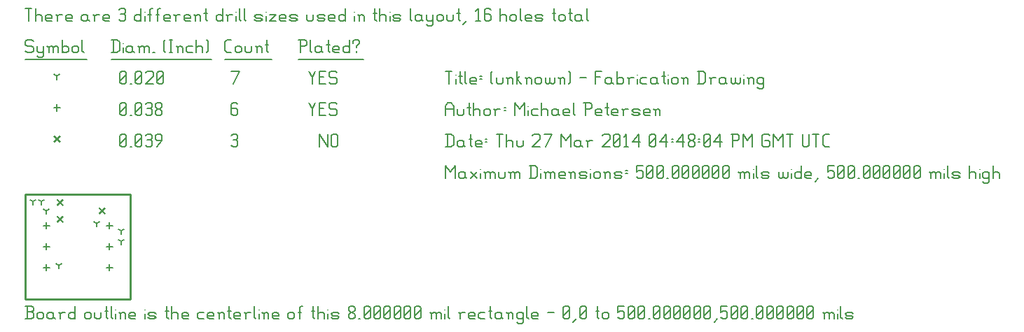
<source format=gbr>
G04 start of page 13 for group -3984 idx -3984 *
G04 Title: (unknown), fab *
G04 Creator: pcb 20110918 *
G04 CreationDate: Thu 27 Mar 2014 04:48:04 PM GMT UTC *
G04 For: railfan *
G04 Format: Gerber/RS-274X *
G04 PCB-Dimensions: 50000 50000 *
G04 PCB-Coordinate-Origin: lower left *
%MOIN*%
%FSLAX25Y25*%
%LNFAB*%
%ADD55C,0.0100*%
%ADD54C,0.0075*%
%ADD53C,0.0060*%
%ADD52C,0.0001*%
G54D52*G36*
X35300Y43766D02*X38266Y40800D01*
X37700Y40234D01*
X34734Y43200D01*
X35300Y43766D01*
G37*
G36*
X34734Y40800D02*X37700Y43766D01*
X38266Y43200D01*
X35300Y40234D01*
X34734Y40800D01*
G37*
G36*
X15300Y47766D02*X18266Y44800D01*
X17700Y44234D01*
X14734Y47200D01*
X15300Y47766D01*
G37*
G36*
X14734Y44800D02*X17700Y47766D01*
X18266Y47200D01*
X15300Y44234D01*
X14734Y44800D01*
G37*
G36*
X15300Y39766D02*X18266Y36800D01*
X17700Y36234D01*
X14734Y39200D01*
X15300Y39766D01*
G37*
G36*
X14734Y36800D02*X17700Y39766D01*
X18266Y39200D01*
X15300Y36234D01*
X14734Y36800D01*
G37*
G36*
X13800Y78016D02*X16766Y75050D01*
X16200Y74484D01*
X13234Y77450D01*
X13800Y78016D01*
G37*
G36*
X13234Y75050D02*X16200Y78016D01*
X16766Y77450D01*
X13800Y74484D01*
X13234Y75050D01*
G37*
G54D53*X140000Y78500D02*Y72500D01*
Y78500D02*X143750Y72500D01*
Y78500D02*Y72500D01*
X145550Y77750D02*Y73250D01*
Y77750D02*X146300Y78500D01*
X147800D01*
X148550Y77750D01*
Y73250D01*
X147800Y72500D02*X148550Y73250D01*
X146300Y72500D02*X147800D01*
X145550Y73250D02*X146300Y72500D01*
X98000Y77750D02*X98750Y78500D01*
X100250D01*
X101000Y77750D01*
X100250Y72500D02*X101000Y73250D01*
X98750Y72500D02*X100250D01*
X98000Y73250D02*X98750Y72500D01*
Y75800D02*X100250D01*
X101000Y77750D02*Y76550D01*
Y75050D02*Y73250D01*
Y75050D02*X100250Y75800D01*
X101000Y76550D02*X100250Y75800D01*
X45000Y73250D02*X45750Y72500D01*
X45000Y77750D02*Y73250D01*
Y77750D02*X45750Y78500D01*
X47250D01*
X48000Y77750D01*
Y73250D01*
X47250Y72500D02*X48000Y73250D01*
X45750Y72500D02*X47250D01*
X45000Y74000D02*X48000Y77000D01*
X49800Y72500D02*X50550D01*
X52350Y73250D02*X53100Y72500D01*
X52350Y77750D02*Y73250D01*
Y77750D02*X53100Y78500D01*
X54600D01*
X55350Y77750D01*
Y73250D01*
X54600Y72500D02*X55350Y73250D01*
X53100Y72500D02*X54600D01*
X52350Y74000D02*X55350Y77000D01*
X57150Y77750D02*X57900Y78500D01*
X59400D01*
X60150Y77750D01*
X59400Y72500D02*X60150Y73250D01*
X57900Y72500D02*X59400D01*
X57150Y73250D02*X57900Y72500D01*
Y75800D02*X59400D01*
X60150Y77750D02*Y76550D01*
Y75050D02*Y73250D01*
Y75050D02*X59400Y75800D01*
X60150Y76550D02*X59400Y75800D01*
X62700Y72500D02*X64950Y75500D01*
Y77750D02*Y75500D01*
X64200Y78500D02*X64950Y77750D01*
X62700Y78500D02*X64200D01*
X61950Y77750D02*X62700Y78500D01*
X61950Y77750D02*Y76250D01*
X62700Y75500D01*
X64950D01*
X10000Y36600D02*Y33400D01*
X8400Y35000D02*X11600D01*
X10000Y26600D02*Y23400D01*
X8400Y25000D02*X11600D01*
X10000Y16600D02*Y13400D01*
X8400Y15000D02*X11600D01*
X40000Y36600D02*Y33400D01*
X38400Y35000D02*X41600D01*
X40000Y26600D02*Y23400D01*
X38400Y25000D02*X41600D01*
X40000Y16600D02*Y13400D01*
X38400Y15000D02*X41600D01*
X15000Y92850D02*Y89650D01*
X13400Y91250D02*X16600D01*
X135000Y93500D02*X136500Y90500D01*
X138000Y93500D01*
X136500Y90500D02*Y87500D01*
X139800Y90800D02*X142050D01*
X139800Y87500D02*X142800D01*
X139800Y93500D02*Y87500D01*
Y93500D02*X142800D01*
X147600D02*X148350Y92750D01*
X145350Y93500D02*X147600D01*
X144600Y92750D02*X145350Y93500D01*
X144600Y92750D02*Y91250D01*
X145350Y90500D01*
X147600D01*
X148350Y89750D01*
Y88250D01*
X147600Y87500D02*X148350Y88250D01*
X145350Y87500D02*X147600D01*
X144600Y88250D02*X145350Y87500D01*
X100250Y93500D02*X101000Y92750D01*
X98750Y93500D02*X100250D01*
X98000Y92750D02*X98750Y93500D01*
X98000Y92750D02*Y88250D01*
X98750Y87500D01*
X100250Y90800D02*X101000Y90050D01*
X98000Y90800D02*X100250D01*
X98750Y87500D02*X100250D01*
X101000Y88250D01*
Y90050D02*Y88250D01*
X45000D02*X45750Y87500D01*
X45000Y92750D02*Y88250D01*
Y92750D02*X45750Y93500D01*
X47250D01*
X48000Y92750D01*
Y88250D01*
X47250Y87500D02*X48000Y88250D01*
X45750Y87500D02*X47250D01*
X45000Y89000D02*X48000Y92000D01*
X49800Y87500D02*X50550D01*
X52350Y88250D02*X53100Y87500D01*
X52350Y92750D02*Y88250D01*
Y92750D02*X53100Y93500D01*
X54600D01*
X55350Y92750D01*
Y88250D01*
X54600Y87500D02*X55350Y88250D01*
X53100Y87500D02*X54600D01*
X52350Y89000D02*X55350Y92000D01*
X57150Y92750D02*X57900Y93500D01*
X59400D01*
X60150Y92750D01*
X59400Y87500D02*X60150Y88250D01*
X57900Y87500D02*X59400D01*
X57150Y88250D02*X57900Y87500D01*
Y90800D02*X59400D01*
X60150Y92750D02*Y91550D01*
Y90050D02*Y88250D01*
Y90050D02*X59400Y90800D01*
X60150Y91550D02*X59400Y90800D01*
X61950Y88250D02*X62700Y87500D01*
X61950Y89450D02*Y88250D01*
Y89450D02*X63000Y90500D01*
X63900D01*
X64950Y89450D01*
Y88250D01*
X64200Y87500D02*X64950Y88250D01*
X62700Y87500D02*X64200D01*
X61950Y91550D02*X63000Y90500D01*
X61950Y92750D02*Y91550D01*
Y92750D02*X62700Y93500D01*
X64200D01*
X64950Y92750D01*
Y91550D01*
X63900Y90500D02*X64950Y91550D01*
X10000Y42000D02*Y40400D01*
Y42000D02*X11387Y42800D01*
X10000Y42000D02*X8613Y42800D01*
X3500Y46500D02*Y44900D01*
Y46500D02*X4887Y47300D01*
X3500Y46500D02*X2113Y47300D01*
X45500Y27500D02*Y25900D01*
Y27500D02*X46887Y28300D01*
X45500Y27500D02*X44113Y28300D01*
X45500Y32500D02*Y30900D01*
Y32500D02*X46887Y33300D01*
X45500Y32500D02*X44113Y33300D01*
X34000Y36000D02*Y34400D01*
Y36000D02*X35387Y36800D01*
X34000Y36000D02*X32613Y36800D01*
X16000Y16000D02*Y14400D01*
Y16000D02*X17387Y16800D01*
X16000Y16000D02*X14613Y16800D01*
X7500Y46500D02*Y44900D01*
Y46500D02*X8887Y47300D01*
X7500Y46500D02*X6113Y47300D01*
X15000Y106250D02*Y104650D01*
Y106250D02*X16387Y107050D01*
X15000Y106250D02*X13613Y107050D01*
X135000Y108500D02*X136500Y105500D01*
X138000Y108500D01*
X136500Y105500D02*Y102500D01*
X139800Y105800D02*X142050D01*
X139800Y102500D02*X142800D01*
X139800Y108500D02*Y102500D01*
Y108500D02*X142800D01*
X147600D02*X148350Y107750D01*
X145350Y108500D02*X147600D01*
X144600Y107750D02*X145350Y108500D01*
X144600Y107750D02*Y106250D01*
X145350Y105500D01*
X147600D01*
X148350Y104750D01*
Y103250D01*
X147600Y102500D02*X148350Y103250D01*
X145350Y102500D02*X147600D01*
X144600Y103250D02*X145350Y102500D01*
X98750D02*X101750Y108500D01*
X98000D02*X101750D01*
X45000Y103250D02*X45750Y102500D01*
X45000Y107750D02*Y103250D01*
Y107750D02*X45750Y108500D01*
X47250D01*
X48000Y107750D01*
Y103250D01*
X47250Y102500D02*X48000Y103250D01*
X45750Y102500D02*X47250D01*
X45000Y104000D02*X48000Y107000D01*
X49800Y102500D02*X50550D01*
X52350Y103250D02*X53100Y102500D01*
X52350Y107750D02*Y103250D01*
Y107750D02*X53100Y108500D01*
X54600D01*
X55350Y107750D01*
Y103250D01*
X54600Y102500D02*X55350Y103250D01*
X53100Y102500D02*X54600D01*
X52350Y104000D02*X55350Y107000D01*
X57150Y107750D02*X57900Y108500D01*
X60150D01*
X60900Y107750D01*
Y106250D01*
X57150Y102500D02*X60900Y106250D01*
X57150Y102500D02*X60900D01*
X62700Y103250D02*X63450Y102500D01*
X62700Y107750D02*Y103250D01*
Y107750D02*X63450Y108500D01*
X64950D01*
X65700Y107750D01*
Y103250D01*
X64950Y102500D02*X65700Y103250D01*
X63450Y102500D02*X64950D01*
X62700Y104000D02*X65700Y107000D01*
X3000Y123500D02*X3750Y122750D01*
X750Y123500D02*X3000D01*
X0Y122750D02*X750Y123500D01*
X0Y122750D02*Y121250D01*
X750Y120500D01*
X3000D01*
X3750Y119750D01*
Y118250D01*
X3000Y117500D02*X3750Y118250D01*
X750Y117500D02*X3000D01*
X0Y118250D02*X750Y117500D01*
X5550Y120500D02*Y118250D01*
X6300Y117500D01*
X8550Y120500D02*Y116000D01*
X7800Y115250D02*X8550Y116000D01*
X6300Y115250D02*X7800D01*
X5550Y116000D02*X6300Y115250D01*
Y117500D02*X7800D01*
X8550Y118250D01*
X11100Y119750D02*Y117500D01*
Y119750D02*X11850Y120500D01*
X12600D01*
X13350Y119750D01*
Y117500D01*
Y119750D02*X14100Y120500D01*
X14850D01*
X15600Y119750D01*
Y117500D01*
X10350Y120500D02*X11100Y119750D01*
X17400Y123500D02*Y117500D01*
Y118250D02*X18150Y117500D01*
X19650D01*
X20400Y118250D01*
Y119750D02*Y118250D01*
X19650Y120500D02*X20400Y119750D01*
X18150Y120500D02*X19650D01*
X17400Y119750D02*X18150Y120500D01*
X22200Y119750D02*Y118250D01*
Y119750D02*X22950Y120500D01*
X24450D01*
X25200Y119750D01*
Y118250D01*
X24450Y117500D02*X25200Y118250D01*
X22950Y117500D02*X24450D01*
X22200Y118250D02*X22950Y117500D01*
X27000Y123500D02*Y118250D01*
X27750Y117500D01*
X0Y114250D02*X29250D01*
X41750Y123500D02*Y117500D01*
X43700Y123500D02*X44750Y122450D01*
Y118550D01*
X43700Y117500D02*X44750Y118550D01*
X41000Y117500D02*X43700D01*
X41000Y123500D02*X43700D01*
G54D54*X46550Y122000D02*Y121850D01*
G54D53*Y119750D02*Y117500D01*
X50300Y120500D02*X51050Y119750D01*
X48800Y120500D02*X50300D01*
X48050Y119750D02*X48800Y120500D01*
X48050Y119750D02*Y118250D01*
X48800Y117500D01*
X51050Y120500D02*Y118250D01*
X51800Y117500D01*
X48800D02*X50300D01*
X51050Y118250D01*
X54350Y119750D02*Y117500D01*
Y119750D02*X55100Y120500D01*
X55850D01*
X56600Y119750D01*
Y117500D01*
Y119750D02*X57350Y120500D01*
X58100D01*
X58850Y119750D01*
Y117500D01*
X53600Y120500D02*X54350Y119750D01*
X60650Y117500D02*X61400D01*
X65900Y118250D02*X66650Y117500D01*
X65900Y122750D02*X66650Y123500D01*
X65900Y122750D02*Y118250D01*
X68450Y123500D02*X69950D01*
X69200D02*Y117500D01*
X68450D02*X69950D01*
X72500Y119750D02*Y117500D01*
Y119750D02*X73250Y120500D01*
X74000D01*
X74750Y119750D01*
Y117500D01*
X71750Y120500D02*X72500Y119750D01*
X77300Y120500D02*X79550D01*
X76550Y119750D02*X77300Y120500D01*
X76550Y119750D02*Y118250D01*
X77300Y117500D01*
X79550D01*
X81350Y123500D02*Y117500D01*
Y119750D02*X82100Y120500D01*
X83600D01*
X84350Y119750D01*
Y117500D01*
X86150Y123500D02*X86900Y122750D01*
Y118250D01*
X86150Y117500D02*X86900Y118250D01*
X41000Y114250D02*X88700D01*
X96050Y117500D02*X98000D01*
X95000Y118550D02*X96050Y117500D01*
X95000Y122450D02*Y118550D01*
Y122450D02*X96050Y123500D01*
X98000D01*
X99800Y119750D02*Y118250D01*
Y119750D02*X100550Y120500D01*
X102050D01*
X102800Y119750D01*
Y118250D01*
X102050Y117500D02*X102800Y118250D01*
X100550Y117500D02*X102050D01*
X99800Y118250D02*X100550Y117500D01*
X104600Y120500D02*Y118250D01*
X105350Y117500D01*
X106850D01*
X107600Y118250D01*
Y120500D02*Y118250D01*
X110150Y119750D02*Y117500D01*
Y119750D02*X110900Y120500D01*
X111650D01*
X112400Y119750D01*
Y117500D01*
X109400Y120500D02*X110150Y119750D01*
X114950Y123500D02*Y118250D01*
X115700Y117500D01*
X114200Y121250D02*X115700D01*
X95000Y114250D02*X117200D01*
X130750Y123500D02*Y117500D01*
X130000Y123500D02*X133000D01*
X133750Y122750D01*
Y121250D01*
X133000Y120500D02*X133750Y121250D01*
X130750Y120500D02*X133000D01*
X135550Y123500D02*Y118250D01*
X136300Y117500D01*
X140050Y120500D02*X140800Y119750D01*
X138550Y120500D02*X140050D01*
X137800Y119750D02*X138550Y120500D01*
X137800Y119750D02*Y118250D01*
X138550Y117500D01*
X140800Y120500D02*Y118250D01*
X141550Y117500D01*
X138550D02*X140050D01*
X140800Y118250D01*
X144100Y123500D02*Y118250D01*
X144850Y117500D01*
X143350Y121250D02*X144850D01*
X147100Y117500D02*X149350D01*
X146350Y118250D02*X147100Y117500D01*
X146350Y119750D02*Y118250D01*
Y119750D02*X147100Y120500D01*
X148600D01*
X149350Y119750D01*
X146350Y119000D02*X149350D01*
Y119750D02*Y119000D01*
X154150Y123500D02*Y117500D01*
X153400D02*X154150Y118250D01*
X151900Y117500D02*X153400D01*
X151150Y118250D02*X151900Y117500D01*
X151150Y119750D02*Y118250D01*
Y119750D02*X151900Y120500D01*
X153400D01*
X154150Y119750D01*
X157450Y120500D02*Y119750D01*
Y118250D02*Y117500D01*
X155950Y122750D02*Y122000D01*
Y122750D02*X156700Y123500D01*
X158200D01*
X158950Y122750D01*
Y122000D01*
X157450Y120500D02*X158950Y122000D01*
X130000Y114250D02*X160750D01*
X0Y138500D02*X3000D01*
X1500D02*Y132500D01*
X4800Y138500D02*Y132500D01*
Y134750D02*X5550Y135500D01*
X7050D01*
X7800Y134750D01*
Y132500D01*
X10350D02*X12600D01*
X9600Y133250D02*X10350Y132500D01*
X9600Y134750D02*Y133250D01*
Y134750D02*X10350Y135500D01*
X11850D01*
X12600Y134750D01*
X9600Y134000D02*X12600D01*
Y134750D02*Y134000D01*
X15150Y134750D02*Y132500D01*
Y134750D02*X15900Y135500D01*
X17400D01*
X14400D02*X15150Y134750D01*
X19950Y132500D02*X22200D01*
X19200Y133250D02*X19950Y132500D01*
X19200Y134750D02*Y133250D01*
Y134750D02*X19950Y135500D01*
X21450D01*
X22200Y134750D01*
X19200Y134000D02*X22200D01*
Y134750D02*Y134000D01*
X28950Y135500D02*X29700Y134750D01*
X27450Y135500D02*X28950D01*
X26700Y134750D02*X27450Y135500D01*
X26700Y134750D02*Y133250D01*
X27450Y132500D01*
X29700Y135500D02*Y133250D01*
X30450Y132500D01*
X27450D02*X28950D01*
X29700Y133250D01*
X33000Y134750D02*Y132500D01*
Y134750D02*X33750Y135500D01*
X35250D01*
X32250D02*X33000Y134750D01*
X37800Y132500D02*X40050D01*
X37050Y133250D02*X37800Y132500D01*
X37050Y134750D02*Y133250D01*
Y134750D02*X37800Y135500D01*
X39300D01*
X40050Y134750D01*
X37050Y134000D02*X40050D01*
Y134750D02*Y134000D01*
X44550Y137750D02*X45300Y138500D01*
X46800D01*
X47550Y137750D01*
X46800Y132500D02*X47550Y133250D01*
X45300Y132500D02*X46800D01*
X44550Y133250D02*X45300Y132500D01*
Y135800D02*X46800D01*
X47550Y137750D02*Y136550D01*
Y135050D02*Y133250D01*
Y135050D02*X46800Y135800D01*
X47550Y136550D02*X46800Y135800D01*
X55050Y138500D02*Y132500D01*
X54300D02*X55050Y133250D01*
X52800Y132500D02*X54300D01*
X52050Y133250D02*X52800Y132500D01*
X52050Y134750D02*Y133250D01*
Y134750D02*X52800Y135500D01*
X54300D01*
X55050Y134750D01*
G54D54*X56850Y137000D02*Y136850D01*
G54D53*Y134750D02*Y132500D01*
X59100Y137750D02*Y132500D01*
Y137750D02*X59850Y138500D01*
X60600D01*
X58350Y135500D02*X59850D01*
X62850Y137750D02*Y132500D01*
Y137750D02*X63600Y138500D01*
X64350D01*
X62100Y135500D02*X63600D01*
X66600Y132500D02*X68850D01*
X65850Y133250D02*X66600Y132500D01*
X65850Y134750D02*Y133250D01*
Y134750D02*X66600Y135500D01*
X68100D01*
X68850Y134750D01*
X65850Y134000D02*X68850D01*
Y134750D02*Y134000D01*
X71400Y134750D02*Y132500D01*
Y134750D02*X72150Y135500D01*
X73650D01*
X70650D02*X71400Y134750D01*
X76200Y132500D02*X78450D01*
X75450Y133250D02*X76200Y132500D01*
X75450Y134750D02*Y133250D01*
Y134750D02*X76200Y135500D01*
X77700D01*
X78450Y134750D01*
X75450Y134000D02*X78450D01*
Y134750D02*Y134000D01*
X81000Y134750D02*Y132500D01*
Y134750D02*X81750Y135500D01*
X82500D01*
X83250Y134750D01*
Y132500D01*
X80250Y135500D02*X81000Y134750D01*
X85800Y138500D02*Y133250D01*
X86550Y132500D01*
X85050Y136250D02*X86550D01*
X93750Y138500D02*Y132500D01*
X93000D02*X93750Y133250D01*
X91500Y132500D02*X93000D01*
X90750Y133250D02*X91500Y132500D01*
X90750Y134750D02*Y133250D01*
Y134750D02*X91500Y135500D01*
X93000D01*
X93750Y134750D01*
X96300D02*Y132500D01*
Y134750D02*X97050Y135500D01*
X98550D01*
X95550D02*X96300Y134750D01*
G54D54*X100350Y137000D02*Y136850D01*
G54D53*Y134750D02*Y132500D01*
X101850Y138500D02*Y133250D01*
X102600Y132500D01*
X104100Y138500D02*Y133250D01*
X104850Y132500D01*
X109800D02*X112050D01*
X112800Y133250D01*
X112050Y134000D02*X112800Y133250D01*
X109800Y134000D02*X112050D01*
X109050Y134750D02*X109800Y134000D01*
X109050Y134750D02*X109800Y135500D01*
X112050D01*
X112800Y134750D01*
X109050Y133250D02*X109800Y132500D01*
G54D54*X114600Y137000D02*Y136850D01*
G54D53*Y134750D02*Y132500D01*
X116100Y135500D02*X119100D01*
X116100Y132500D02*X119100Y135500D01*
X116100Y132500D02*X119100D01*
X121650D02*X123900D01*
X120900Y133250D02*X121650Y132500D01*
X120900Y134750D02*Y133250D01*
Y134750D02*X121650Y135500D01*
X123150D01*
X123900Y134750D01*
X120900Y134000D02*X123900D01*
Y134750D02*Y134000D01*
X126450Y132500D02*X128700D01*
X129450Y133250D01*
X128700Y134000D02*X129450Y133250D01*
X126450Y134000D02*X128700D01*
X125700Y134750D02*X126450Y134000D01*
X125700Y134750D02*X126450Y135500D01*
X128700D01*
X129450Y134750D01*
X125700Y133250D02*X126450Y132500D01*
X133950Y135500D02*Y133250D01*
X134700Y132500D01*
X136200D01*
X136950Y133250D01*
Y135500D02*Y133250D01*
X139500Y132500D02*X141750D01*
X142500Y133250D01*
X141750Y134000D02*X142500Y133250D01*
X139500Y134000D02*X141750D01*
X138750Y134750D02*X139500Y134000D01*
X138750Y134750D02*X139500Y135500D01*
X141750D01*
X142500Y134750D01*
X138750Y133250D02*X139500Y132500D01*
X145050D02*X147300D01*
X144300Y133250D02*X145050Y132500D01*
X144300Y134750D02*Y133250D01*
Y134750D02*X145050Y135500D01*
X146550D01*
X147300Y134750D01*
X144300Y134000D02*X147300D01*
Y134750D02*Y134000D01*
X152100Y138500D02*Y132500D01*
X151350D02*X152100Y133250D01*
X149850Y132500D02*X151350D01*
X149100Y133250D02*X149850Y132500D01*
X149100Y134750D02*Y133250D01*
Y134750D02*X149850Y135500D01*
X151350D01*
X152100Y134750D01*
G54D54*X156600Y137000D02*Y136850D01*
G54D53*Y134750D02*Y132500D01*
X158850Y134750D02*Y132500D01*
Y134750D02*X159600Y135500D01*
X160350D01*
X161100Y134750D01*
Y132500D01*
X158100Y135500D02*X158850Y134750D01*
X166350Y138500D02*Y133250D01*
X167100Y132500D01*
X165600Y136250D02*X167100D01*
X168600Y138500D02*Y132500D01*
Y134750D02*X169350Y135500D01*
X170850D01*
X171600Y134750D01*
Y132500D01*
G54D54*X173400Y137000D02*Y136850D01*
G54D53*Y134750D02*Y132500D01*
X175650D02*X177900D01*
X178650Y133250D01*
X177900Y134000D02*X178650Y133250D01*
X175650Y134000D02*X177900D01*
X174900Y134750D02*X175650Y134000D01*
X174900Y134750D02*X175650Y135500D01*
X177900D01*
X178650Y134750D01*
X174900Y133250D02*X175650Y132500D01*
X183150Y138500D02*Y133250D01*
X183900Y132500D01*
X187650Y135500D02*X188400Y134750D01*
X186150Y135500D02*X187650D01*
X185400Y134750D02*X186150Y135500D01*
X185400Y134750D02*Y133250D01*
X186150Y132500D01*
X188400Y135500D02*Y133250D01*
X189150Y132500D01*
X186150D02*X187650D01*
X188400Y133250D01*
X190950Y135500D02*Y133250D01*
X191700Y132500D01*
X193950Y135500D02*Y131000D01*
X193200Y130250D02*X193950Y131000D01*
X191700Y130250D02*X193200D01*
X190950Y131000D02*X191700Y130250D01*
Y132500D02*X193200D01*
X193950Y133250D01*
X195750Y134750D02*Y133250D01*
Y134750D02*X196500Y135500D01*
X198000D01*
X198750Y134750D01*
Y133250D01*
X198000Y132500D02*X198750Y133250D01*
X196500Y132500D02*X198000D01*
X195750Y133250D02*X196500Y132500D01*
X200550Y135500D02*Y133250D01*
X201300Y132500D01*
X202800D01*
X203550Y133250D01*
Y135500D02*Y133250D01*
X206100Y138500D02*Y133250D01*
X206850Y132500D01*
X205350Y136250D02*X206850D01*
X208350Y131000D02*X209850Y132500D01*
X214350Y137300D02*X215550Y138500D01*
Y132500D01*
X214350D02*X216600D01*
X220650Y138500D02*X221400Y137750D01*
X219150Y138500D02*X220650D01*
X218400Y137750D02*X219150Y138500D01*
X218400Y137750D02*Y133250D01*
X219150Y132500D01*
X220650Y135800D02*X221400Y135050D01*
X218400Y135800D02*X220650D01*
X219150Y132500D02*X220650D01*
X221400Y133250D01*
Y135050D02*Y133250D01*
X225900Y138500D02*Y132500D01*
Y134750D02*X226650Y135500D01*
X228150D01*
X228900Y134750D01*
Y132500D01*
X230700Y134750D02*Y133250D01*
Y134750D02*X231450Y135500D01*
X232950D01*
X233700Y134750D01*
Y133250D01*
X232950Y132500D02*X233700Y133250D01*
X231450Y132500D02*X232950D01*
X230700Y133250D02*X231450Y132500D01*
X235500Y138500D02*Y133250D01*
X236250Y132500D01*
X238500D02*X240750D01*
X237750Y133250D02*X238500Y132500D01*
X237750Y134750D02*Y133250D01*
Y134750D02*X238500Y135500D01*
X240000D01*
X240750Y134750D01*
X237750Y134000D02*X240750D01*
Y134750D02*Y134000D01*
X243300Y132500D02*X245550D01*
X246300Y133250D01*
X245550Y134000D02*X246300Y133250D01*
X243300Y134000D02*X245550D01*
X242550Y134750D02*X243300Y134000D01*
X242550Y134750D02*X243300Y135500D01*
X245550D01*
X246300Y134750D01*
X242550Y133250D02*X243300Y132500D01*
X251550Y138500D02*Y133250D01*
X252300Y132500D01*
X250800Y136250D02*X252300D01*
X253800Y134750D02*Y133250D01*
Y134750D02*X254550Y135500D01*
X256050D01*
X256800Y134750D01*
Y133250D01*
X256050Y132500D02*X256800Y133250D01*
X254550Y132500D02*X256050D01*
X253800Y133250D02*X254550Y132500D01*
X259350Y138500D02*Y133250D01*
X260100Y132500D01*
X258600Y136250D02*X260100D01*
X263850Y135500D02*X264600Y134750D01*
X262350Y135500D02*X263850D01*
X261600Y134750D02*X262350Y135500D01*
X261600Y134750D02*Y133250D01*
X262350Y132500D01*
X264600Y135500D02*Y133250D01*
X265350Y132500D01*
X262350D02*X263850D01*
X264600Y133250D01*
X267150Y138500D02*Y133250D01*
X267900Y132500D01*
G54D55*X0Y50000D02*X50000D01*
X0D02*Y0D01*
X50000Y50000D02*Y0D01*
X0D02*X50000D01*
G54D53*X200000Y63500D02*Y57500D01*
Y63500D02*X202250Y60500D01*
X204500Y63500D01*
Y57500D01*
X208550Y60500D02*X209300Y59750D01*
X207050Y60500D02*X208550D01*
X206300Y59750D02*X207050Y60500D01*
X206300Y59750D02*Y58250D01*
X207050Y57500D01*
X209300Y60500D02*Y58250D01*
X210050Y57500D01*
X207050D02*X208550D01*
X209300Y58250D01*
X211850Y60500D02*X214850Y57500D01*
X211850D02*X214850Y60500D01*
G54D54*X216650Y62000D02*Y61850D01*
G54D53*Y59750D02*Y57500D01*
X218900Y59750D02*Y57500D01*
Y59750D02*X219650Y60500D01*
X220400D01*
X221150Y59750D01*
Y57500D01*
Y59750D02*X221900Y60500D01*
X222650D01*
X223400Y59750D01*
Y57500D01*
X218150Y60500D02*X218900Y59750D01*
X225200Y60500D02*Y58250D01*
X225950Y57500D01*
X227450D01*
X228200Y58250D01*
Y60500D02*Y58250D01*
X230750Y59750D02*Y57500D01*
Y59750D02*X231500Y60500D01*
X232250D01*
X233000Y59750D01*
Y57500D01*
Y59750D02*X233750Y60500D01*
X234500D01*
X235250Y59750D01*
Y57500D01*
X230000Y60500D02*X230750Y59750D01*
X240500Y63500D02*Y57500D01*
X242450Y63500D02*X243500Y62450D01*
Y58550D01*
X242450Y57500D02*X243500Y58550D01*
X239750Y57500D02*X242450D01*
X239750Y63500D02*X242450D01*
G54D54*X245300Y62000D02*Y61850D01*
G54D53*Y59750D02*Y57500D01*
X247550Y59750D02*Y57500D01*
Y59750D02*X248300Y60500D01*
X249050D01*
X249800Y59750D01*
Y57500D01*
Y59750D02*X250550Y60500D01*
X251300D01*
X252050Y59750D01*
Y57500D01*
X246800Y60500D02*X247550Y59750D01*
X254600Y57500D02*X256850D01*
X253850Y58250D02*X254600Y57500D01*
X253850Y59750D02*Y58250D01*
Y59750D02*X254600Y60500D01*
X256100D01*
X256850Y59750D01*
X253850Y59000D02*X256850D01*
Y59750D02*Y59000D01*
X259400Y59750D02*Y57500D01*
Y59750D02*X260150Y60500D01*
X260900D01*
X261650Y59750D01*
Y57500D01*
X258650Y60500D02*X259400Y59750D01*
X264200Y57500D02*X266450D01*
X267200Y58250D01*
X266450Y59000D02*X267200Y58250D01*
X264200Y59000D02*X266450D01*
X263450Y59750D02*X264200Y59000D01*
X263450Y59750D02*X264200Y60500D01*
X266450D01*
X267200Y59750D01*
X263450Y58250D02*X264200Y57500D01*
G54D54*X269000Y62000D02*Y61850D01*
G54D53*Y59750D02*Y57500D01*
X270500Y59750D02*Y58250D01*
Y59750D02*X271250Y60500D01*
X272750D01*
X273500Y59750D01*
Y58250D01*
X272750Y57500D02*X273500Y58250D01*
X271250Y57500D02*X272750D01*
X270500Y58250D02*X271250Y57500D01*
X276050Y59750D02*Y57500D01*
Y59750D02*X276800Y60500D01*
X277550D01*
X278300Y59750D01*
Y57500D01*
X275300Y60500D02*X276050Y59750D01*
X280850Y57500D02*X283100D01*
X283850Y58250D01*
X283100Y59000D02*X283850Y58250D01*
X280850Y59000D02*X283100D01*
X280100Y59750D02*X280850Y59000D01*
X280100Y59750D02*X280850Y60500D01*
X283100D01*
X283850Y59750D01*
X280100Y58250D02*X280850Y57500D01*
X285650Y61250D02*X286400D01*
X285650Y59750D02*X286400D01*
X290900Y63500D02*X293900D01*
X290900D02*Y60500D01*
X291650Y61250D01*
X293150D01*
X293900Y60500D01*
Y58250D01*
X293150Y57500D02*X293900Y58250D01*
X291650Y57500D02*X293150D01*
X290900Y58250D02*X291650Y57500D01*
X295700Y58250D02*X296450Y57500D01*
X295700Y62750D02*Y58250D01*
Y62750D02*X296450Y63500D01*
X297950D01*
X298700Y62750D01*
Y58250D01*
X297950Y57500D02*X298700Y58250D01*
X296450Y57500D02*X297950D01*
X295700Y59000D02*X298700Y62000D01*
X300500Y58250D02*X301250Y57500D01*
X300500Y62750D02*Y58250D01*
Y62750D02*X301250Y63500D01*
X302750D01*
X303500Y62750D01*
Y58250D01*
X302750Y57500D02*X303500Y58250D01*
X301250Y57500D02*X302750D01*
X300500Y59000D02*X303500Y62000D01*
X305300Y57500D02*X306050D01*
X307850Y58250D02*X308600Y57500D01*
X307850Y62750D02*Y58250D01*
Y62750D02*X308600Y63500D01*
X310100D01*
X310850Y62750D01*
Y58250D01*
X310100Y57500D02*X310850Y58250D01*
X308600Y57500D02*X310100D01*
X307850Y59000D02*X310850Y62000D01*
X312650Y58250D02*X313400Y57500D01*
X312650Y62750D02*Y58250D01*
Y62750D02*X313400Y63500D01*
X314900D01*
X315650Y62750D01*
Y58250D01*
X314900Y57500D02*X315650Y58250D01*
X313400Y57500D02*X314900D01*
X312650Y59000D02*X315650Y62000D01*
X317450Y58250D02*X318200Y57500D01*
X317450Y62750D02*Y58250D01*
Y62750D02*X318200Y63500D01*
X319700D01*
X320450Y62750D01*
Y58250D01*
X319700Y57500D02*X320450Y58250D01*
X318200Y57500D02*X319700D01*
X317450Y59000D02*X320450Y62000D01*
X322250Y58250D02*X323000Y57500D01*
X322250Y62750D02*Y58250D01*
Y62750D02*X323000Y63500D01*
X324500D01*
X325250Y62750D01*
Y58250D01*
X324500Y57500D02*X325250Y58250D01*
X323000Y57500D02*X324500D01*
X322250Y59000D02*X325250Y62000D01*
X327050Y58250D02*X327800Y57500D01*
X327050Y62750D02*Y58250D01*
Y62750D02*X327800Y63500D01*
X329300D01*
X330050Y62750D01*
Y58250D01*
X329300Y57500D02*X330050Y58250D01*
X327800Y57500D02*X329300D01*
X327050Y59000D02*X330050Y62000D01*
X331850Y58250D02*X332600Y57500D01*
X331850Y62750D02*Y58250D01*
Y62750D02*X332600Y63500D01*
X334100D01*
X334850Y62750D01*
Y58250D01*
X334100Y57500D02*X334850Y58250D01*
X332600Y57500D02*X334100D01*
X331850Y59000D02*X334850Y62000D01*
X340100Y59750D02*Y57500D01*
Y59750D02*X340850Y60500D01*
X341600D01*
X342350Y59750D01*
Y57500D01*
Y59750D02*X343100Y60500D01*
X343850D01*
X344600Y59750D01*
Y57500D01*
X339350Y60500D02*X340100Y59750D01*
G54D54*X346400Y62000D02*Y61850D01*
G54D53*Y59750D02*Y57500D01*
X347900Y63500D02*Y58250D01*
X348650Y57500D01*
X350900D02*X353150D01*
X353900Y58250D01*
X353150Y59000D02*X353900Y58250D01*
X350900Y59000D02*X353150D01*
X350150Y59750D02*X350900Y59000D01*
X350150Y59750D02*X350900Y60500D01*
X353150D01*
X353900Y59750D01*
X350150Y58250D02*X350900Y57500D01*
X358400Y60500D02*Y58250D01*
X359150Y57500D01*
X359900D01*
X360650Y58250D01*
Y60500D02*Y58250D01*
X361400Y57500D01*
X362150D01*
X362900Y58250D01*
Y60500D02*Y58250D01*
G54D54*X364700Y62000D02*Y61850D01*
G54D53*Y59750D02*Y57500D01*
X369200Y63500D02*Y57500D01*
X368450D02*X369200Y58250D01*
X366950Y57500D02*X368450D01*
X366200Y58250D02*X366950Y57500D01*
X366200Y59750D02*Y58250D01*
Y59750D02*X366950Y60500D01*
X368450D01*
X369200Y59750D01*
X371750Y57500D02*X374000D01*
X371000Y58250D02*X371750Y57500D01*
X371000Y59750D02*Y58250D01*
Y59750D02*X371750Y60500D01*
X373250D01*
X374000Y59750D01*
X371000Y59000D02*X374000D01*
Y59750D02*Y59000D01*
X375800Y56000D02*X377300Y57500D01*
X381800Y63500D02*X384800D01*
X381800D02*Y60500D01*
X382550Y61250D01*
X384050D01*
X384800Y60500D01*
Y58250D01*
X384050Y57500D02*X384800Y58250D01*
X382550Y57500D02*X384050D01*
X381800Y58250D02*X382550Y57500D01*
X386600Y58250D02*X387350Y57500D01*
X386600Y62750D02*Y58250D01*
Y62750D02*X387350Y63500D01*
X388850D01*
X389600Y62750D01*
Y58250D01*
X388850Y57500D02*X389600Y58250D01*
X387350Y57500D02*X388850D01*
X386600Y59000D02*X389600Y62000D01*
X391400Y58250D02*X392150Y57500D01*
X391400Y62750D02*Y58250D01*
Y62750D02*X392150Y63500D01*
X393650D01*
X394400Y62750D01*
Y58250D01*
X393650Y57500D02*X394400Y58250D01*
X392150Y57500D02*X393650D01*
X391400Y59000D02*X394400Y62000D01*
X396200Y57500D02*X396950D01*
X398750Y58250D02*X399500Y57500D01*
X398750Y62750D02*Y58250D01*
Y62750D02*X399500Y63500D01*
X401000D01*
X401750Y62750D01*
Y58250D01*
X401000Y57500D02*X401750Y58250D01*
X399500Y57500D02*X401000D01*
X398750Y59000D02*X401750Y62000D01*
X403550Y58250D02*X404300Y57500D01*
X403550Y62750D02*Y58250D01*
Y62750D02*X404300Y63500D01*
X405800D01*
X406550Y62750D01*
Y58250D01*
X405800Y57500D02*X406550Y58250D01*
X404300Y57500D02*X405800D01*
X403550Y59000D02*X406550Y62000D01*
X408350Y58250D02*X409100Y57500D01*
X408350Y62750D02*Y58250D01*
Y62750D02*X409100Y63500D01*
X410600D01*
X411350Y62750D01*
Y58250D01*
X410600Y57500D02*X411350Y58250D01*
X409100Y57500D02*X410600D01*
X408350Y59000D02*X411350Y62000D01*
X413150Y58250D02*X413900Y57500D01*
X413150Y62750D02*Y58250D01*
Y62750D02*X413900Y63500D01*
X415400D01*
X416150Y62750D01*
Y58250D01*
X415400Y57500D02*X416150Y58250D01*
X413900Y57500D02*X415400D01*
X413150Y59000D02*X416150Y62000D01*
X417950Y58250D02*X418700Y57500D01*
X417950Y62750D02*Y58250D01*
Y62750D02*X418700Y63500D01*
X420200D01*
X420950Y62750D01*
Y58250D01*
X420200Y57500D02*X420950Y58250D01*
X418700Y57500D02*X420200D01*
X417950Y59000D02*X420950Y62000D01*
X422750Y58250D02*X423500Y57500D01*
X422750Y62750D02*Y58250D01*
Y62750D02*X423500Y63500D01*
X425000D01*
X425750Y62750D01*
Y58250D01*
X425000Y57500D02*X425750Y58250D01*
X423500Y57500D02*X425000D01*
X422750Y59000D02*X425750Y62000D01*
X431000Y59750D02*Y57500D01*
Y59750D02*X431750Y60500D01*
X432500D01*
X433250Y59750D01*
Y57500D01*
Y59750D02*X434000Y60500D01*
X434750D01*
X435500Y59750D01*
Y57500D01*
X430250Y60500D02*X431000Y59750D01*
G54D54*X437300Y62000D02*Y61850D01*
G54D53*Y59750D02*Y57500D01*
X438800Y63500D02*Y58250D01*
X439550Y57500D01*
X441800D02*X444050D01*
X444800Y58250D01*
X444050Y59000D02*X444800Y58250D01*
X441800Y59000D02*X444050D01*
X441050Y59750D02*X441800Y59000D01*
X441050Y59750D02*X441800Y60500D01*
X444050D01*
X444800Y59750D01*
X441050Y58250D02*X441800Y57500D01*
X449300Y63500D02*Y57500D01*
Y59750D02*X450050Y60500D01*
X451550D01*
X452300Y59750D01*
Y57500D01*
G54D54*X454100Y62000D02*Y61850D01*
G54D53*Y59750D02*Y57500D01*
X457850Y60500D02*X458600Y59750D01*
X456350Y60500D02*X457850D01*
X455600Y59750D02*X456350Y60500D01*
X455600Y59750D02*Y58250D01*
X456350Y57500D01*
X457850D01*
X458600Y58250D01*
X455600Y56000D02*X456350Y55250D01*
X457850D01*
X458600Y56000D01*
Y60500D02*Y56000D01*
X460400Y63500D02*Y57500D01*
Y59750D02*X461150Y60500D01*
X462650D01*
X463400Y59750D01*
Y57500D01*
X0Y-9500D02*X3000D01*
X3750Y-8750D01*
Y-6950D02*Y-8750D01*
X3000Y-6200D02*X3750Y-6950D01*
X750Y-6200D02*X3000D01*
X750Y-3500D02*Y-9500D01*
X0Y-3500D02*X3000D01*
X3750Y-4250D01*
Y-5450D01*
X3000Y-6200D02*X3750Y-5450D01*
X5550Y-7250D02*Y-8750D01*
Y-7250D02*X6300Y-6500D01*
X7800D01*
X8550Y-7250D01*
Y-8750D01*
X7800Y-9500D02*X8550Y-8750D01*
X6300Y-9500D02*X7800D01*
X5550Y-8750D02*X6300Y-9500D01*
X12600Y-6500D02*X13350Y-7250D01*
X11100Y-6500D02*X12600D01*
X10350Y-7250D02*X11100Y-6500D01*
X10350Y-7250D02*Y-8750D01*
X11100Y-9500D01*
X13350Y-6500D02*Y-8750D01*
X14100Y-9500D01*
X11100D02*X12600D01*
X13350Y-8750D01*
X16650Y-7250D02*Y-9500D01*
Y-7250D02*X17400Y-6500D01*
X18900D01*
X15900D02*X16650Y-7250D01*
X23700Y-3500D02*Y-9500D01*
X22950D02*X23700Y-8750D01*
X21450Y-9500D02*X22950D01*
X20700Y-8750D02*X21450Y-9500D01*
X20700Y-7250D02*Y-8750D01*
Y-7250D02*X21450Y-6500D01*
X22950D01*
X23700Y-7250D01*
X28200D02*Y-8750D01*
Y-7250D02*X28950Y-6500D01*
X30450D01*
X31200Y-7250D01*
Y-8750D01*
X30450Y-9500D02*X31200Y-8750D01*
X28950Y-9500D02*X30450D01*
X28200Y-8750D02*X28950Y-9500D01*
X33000Y-6500D02*Y-8750D01*
X33750Y-9500D01*
X35250D01*
X36000Y-8750D01*
Y-6500D02*Y-8750D01*
X38550Y-3500D02*Y-8750D01*
X39300Y-9500D01*
X37800Y-5750D02*X39300D01*
X40800Y-3500D02*Y-8750D01*
X41550Y-9500D01*
G54D54*X43050Y-5000D02*Y-5150D01*
G54D53*Y-7250D02*Y-9500D01*
X45300Y-7250D02*Y-9500D01*
Y-7250D02*X46050Y-6500D01*
X46800D01*
X47550Y-7250D01*
Y-9500D01*
X44550Y-6500D02*X45300Y-7250D01*
X50100Y-9500D02*X52350D01*
X49350Y-8750D02*X50100Y-9500D01*
X49350Y-7250D02*Y-8750D01*
Y-7250D02*X50100Y-6500D01*
X51600D01*
X52350Y-7250D01*
X49350Y-8000D02*X52350D01*
Y-7250D02*Y-8000D01*
G54D54*X56850Y-5000D02*Y-5150D01*
G54D53*Y-7250D02*Y-9500D01*
X59100D02*X61350D01*
X62100Y-8750D01*
X61350Y-8000D02*X62100Y-8750D01*
X59100Y-8000D02*X61350D01*
X58350Y-7250D02*X59100Y-8000D01*
X58350Y-7250D02*X59100Y-6500D01*
X61350D01*
X62100Y-7250D01*
X58350Y-8750D02*X59100Y-9500D01*
X67350Y-3500D02*Y-8750D01*
X68100Y-9500D01*
X66600Y-5750D02*X68100D01*
X69600Y-3500D02*Y-9500D01*
Y-7250D02*X70350Y-6500D01*
X71850D01*
X72600Y-7250D01*
Y-9500D01*
X75150D02*X77400D01*
X74400Y-8750D02*X75150Y-9500D01*
X74400Y-7250D02*Y-8750D01*
Y-7250D02*X75150Y-6500D01*
X76650D01*
X77400Y-7250D01*
X74400Y-8000D02*X77400D01*
Y-7250D02*Y-8000D01*
X82650Y-6500D02*X84900D01*
X81900Y-7250D02*X82650Y-6500D01*
X81900Y-7250D02*Y-8750D01*
X82650Y-9500D01*
X84900D01*
X87450D02*X89700D01*
X86700Y-8750D02*X87450Y-9500D01*
X86700Y-7250D02*Y-8750D01*
Y-7250D02*X87450Y-6500D01*
X88950D01*
X89700Y-7250D01*
X86700Y-8000D02*X89700D01*
Y-7250D02*Y-8000D01*
X92250Y-7250D02*Y-9500D01*
Y-7250D02*X93000Y-6500D01*
X93750D01*
X94500Y-7250D01*
Y-9500D01*
X91500Y-6500D02*X92250Y-7250D01*
X97050Y-3500D02*Y-8750D01*
X97800Y-9500D01*
X96300Y-5750D02*X97800D01*
X100050Y-9500D02*X102300D01*
X99300Y-8750D02*X100050Y-9500D01*
X99300Y-7250D02*Y-8750D01*
Y-7250D02*X100050Y-6500D01*
X101550D01*
X102300Y-7250D01*
X99300Y-8000D02*X102300D01*
Y-7250D02*Y-8000D01*
X104850Y-7250D02*Y-9500D01*
Y-7250D02*X105600Y-6500D01*
X107100D01*
X104100D02*X104850Y-7250D01*
X108900Y-3500D02*Y-8750D01*
X109650Y-9500D01*
G54D54*X111150Y-5000D02*Y-5150D01*
G54D53*Y-7250D02*Y-9500D01*
X113400Y-7250D02*Y-9500D01*
Y-7250D02*X114150Y-6500D01*
X114900D01*
X115650Y-7250D01*
Y-9500D01*
X112650Y-6500D02*X113400Y-7250D01*
X118200Y-9500D02*X120450D01*
X117450Y-8750D02*X118200Y-9500D01*
X117450Y-7250D02*Y-8750D01*
Y-7250D02*X118200Y-6500D01*
X119700D01*
X120450Y-7250D01*
X117450Y-8000D02*X120450D01*
Y-7250D02*Y-8000D01*
X124950Y-7250D02*Y-8750D01*
Y-7250D02*X125700Y-6500D01*
X127200D01*
X127950Y-7250D01*
Y-8750D01*
X127200Y-9500D02*X127950Y-8750D01*
X125700Y-9500D02*X127200D01*
X124950Y-8750D02*X125700Y-9500D01*
X130500Y-4250D02*Y-9500D01*
Y-4250D02*X131250Y-3500D01*
X132000D01*
X129750Y-6500D02*X131250D01*
X136950Y-3500D02*Y-8750D01*
X137700Y-9500D01*
X136200Y-5750D02*X137700D01*
X139200Y-3500D02*Y-9500D01*
Y-7250D02*X139950Y-6500D01*
X141450D01*
X142200Y-7250D01*
Y-9500D01*
G54D54*X144000Y-5000D02*Y-5150D01*
G54D53*Y-7250D02*Y-9500D01*
X146250D02*X148500D01*
X149250Y-8750D01*
X148500Y-8000D02*X149250Y-8750D01*
X146250Y-8000D02*X148500D01*
X145500Y-7250D02*X146250Y-8000D01*
X145500Y-7250D02*X146250Y-6500D01*
X148500D01*
X149250Y-7250D01*
X145500Y-8750D02*X146250Y-9500D01*
X153750Y-8750D02*X154500Y-9500D01*
X153750Y-7550D02*Y-8750D01*
Y-7550D02*X154800Y-6500D01*
X155700D01*
X156750Y-7550D01*
Y-8750D01*
X156000Y-9500D02*X156750Y-8750D01*
X154500Y-9500D02*X156000D01*
X153750Y-5450D02*X154800Y-6500D01*
X153750Y-4250D02*Y-5450D01*
Y-4250D02*X154500Y-3500D01*
X156000D01*
X156750Y-4250D01*
Y-5450D01*
X155700Y-6500D02*X156750Y-5450D01*
X158550Y-9500D02*X159300D01*
X161100Y-8750D02*X161850Y-9500D01*
X161100Y-4250D02*Y-8750D01*
Y-4250D02*X161850Y-3500D01*
X163350D01*
X164100Y-4250D01*
Y-8750D01*
X163350Y-9500D02*X164100Y-8750D01*
X161850Y-9500D02*X163350D01*
X161100Y-8000D02*X164100Y-5000D01*
X165900Y-8750D02*X166650Y-9500D01*
X165900Y-4250D02*Y-8750D01*
Y-4250D02*X166650Y-3500D01*
X168150D01*
X168900Y-4250D01*
Y-8750D01*
X168150Y-9500D02*X168900Y-8750D01*
X166650Y-9500D02*X168150D01*
X165900Y-8000D02*X168900Y-5000D01*
X170700Y-8750D02*X171450Y-9500D01*
X170700Y-4250D02*Y-8750D01*
Y-4250D02*X171450Y-3500D01*
X172950D01*
X173700Y-4250D01*
Y-8750D01*
X172950Y-9500D02*X173700Y-8750D01*
X171450Y-9500D02*X172950D01*
X170700Y-8000D02*X173700Y-5000D01*
X175500Y-8750D02*X176250Y-9500D01*
X175500Y-4250D02*Y-8750D01*
Y-4250D02*X176250Y-3500D01*
X177750D01*
X178500Y-4250D01*
Y-8750D01*
X177750Y-9500D02*X178500Y-8750D01*
X176250Y-9500D02*X177750D01*
X175500Y-8000D02*X178500Y-5000D01*
X180300Y-8750D02*X181050Y-9500D01*
X180300Y-4250D02*Y-8750D01*
Y-4250D02*X181050Y-3500D01*
X182550D01*
X183300Y-4250D01*
Y-8750D01*
X182550Y-9500D02*X183300Y-8750D01*
X181050Y-9500D02*X182550D01*
X180300Y-8000D02*X183300Y-5000D01*
X185100Y-8750D02*X185850Y-9500D01*
X185100Y-4250D02*Y-8750D01*
Y-4250D02*X185850Y-3500D01*
X187350D01*
X188100Y-4250D01*
Y-8750D01*
X187350Y-9500D02*X188100Y-8750D01*
X185850Y-9500D02*X187350D01*
X185100Y-8000D02*X188100Y-5000D01*
X193350Y-7250D02*Y-9500D01*
Y-7250D02*X194100Y-6500D01*
X194850D01*
X195600Y-7250D01*
Y-9500D01*
Y-7250D02*X196350Y-6500D01*
X197100D01*
X197850Y-7250D01*
Y-9500D01*
X192600Y-6500D02*X193350Y-7250D01*
G54D54*X199650Y-5000D02*Y-5150D01*
G54D53*Y-7250D02*Y-9500D01*
X201150Y-3500D02*Y-8750D01*
X201900Y-9500D01*
X206850Y-7250D02*Y-9500D01*
Y-7250D02*X207600Y-6500D01*
X209100D01*
X206100D02*X206850Y-7250D01*
X211650Y-9500D02*X213900D01*
X210900Y-8750D02*X211650Y-9500D01*
X210900Y-7250D02*Y-8750D01*
Y-7250D02*X211650Y-6500D01*
X213150D01*
X213900Y-7250D01*
X210900Y-8000D02*X213900D01*
Y-7250D02*Y-8000D01*
X216450Y-6500D02*X218700D01*
X215700Y-7250D02*X216450Y-6500D01*
X215700Y-7250D02*Y-8750D01*
X216450Y-9500D01*
X218700D01*
X221250Y-3500D02*Y-8750D01*
X222000Y-9500D01*
X220500Y-5750D02*X222000D01*
X225750Y-6500D02*X226500Y-7250D01*
X224250Y-6500D02*X225750D01*
X223500Y-7250D02*X224250Y-6500D01*
X223500Y-7250D02*Y-8750D01*
X224250Y-9500D01*
X226500Y-6500D02*Y-8750D01*
X227250Y-9500D01*
X224250D02*X225750D01*
X226500Y-8750D01*
X229800Y-7250D02*Y-9500D01*
Y-7250D02*X230550Y-6500D01*
X231300D01*
X232050Y-7250D01*
Y-9500D01*
X229050Y-6500D02*X229800Y-7250D01*
X236100Y-6500D02*X236850Y-7250D01*
X234600Y-6500D02*X236100D01*
X233850Y-7250D02*X234600Y-6500D01*
X233850Y-7250D02*Y-8750D01*
X234600Y-9500D01*
X236100D01*
X236850Y-8750D01*
X233850Y-11000D02*X234600Y-11750D01*
X236100D01*
X236850Y-11000D01*
Y-6500D02*Y-11000D01*
X238650Y-3500D02*Y-8750D01*
X239400Y-9500D01*
X241650D02*X243900D01*
X240900Y-8750D02*X241650Y-9500D01*
X240900Y-7250D02*Y-8750D01*
Y-7250D02*X241650Y-6500D01*
X243150D01*
X243900Y-7250D01*
X240900Y-8000D02*X243900D01*
Y-7250D02*Y-8000D01*
X248400Y-6500D02*X251400D01*
X255900Y-8750D02*X256650Y-9500D01*
X255900Y-4250D02*Y-8750D01*
Y-4250D02*X256650Y-3500D01*
X258150D01*
X258900Y-4250D01*
Y-8750D01*
X258150Y-9500D02*X258900Y-8750D01*
X256650Y-9500D02*X258150D01*
X255900Y-8000D02*X258900Y-5000D01*
X260700Y-11000D02*X262200Y-9500D01*
X264000Y-8750D02*X264750Y-9500D01*
X264000Y-4250D02*Y-8750D01*
Y-4250D02*X264750Y-3500D01*
X266250D01*
X267000Y-4250D01*
Y-8750D01*
X266250Y-9500D02*X267000Y-8750D01*
X264750Y-9500D02*X266250D01*
X264000Y-8000D02*X267000Y-5000D01*
X272250Y-3500D02*Y-8750D01*
X273000Y-9500D01*
X271500Y-5750D02*X273000D01*
X274500Y-7250D02*Y-8750D01*
Y-7250D02*X275250Y-6500D01*
X276750D01*
X277500Y-7250D01*
Y-8750D01*
X276750Y-9500D02*X277500Y-8750D01*
X275250Y-9500D02*X276750D01*
X274500Y-8750D02*X275250Y-9500D01*
X282000Y-3500D02*X285000D01*
X282000D02*Y-6500D01*
X282750Y-5750D01*
X284250D01*
X285000Y-6500D01*
Y-8750D01*
X284250Y-9500D02*X285000Y-8750D01*
X282750Y-9500D02*X284250D01*
X282000Y-8750D02*X282750Y-9500D01*
X286800Y-8750D02*X287550Y-9500D01*
X286800Y-4250D02*Y-8750D01*
Y-4250D02*X287550Y-3500D01*
X289050D01*
X289800Y-4250D01*
Y-8750D01*
X289050Y-9500D02*X289800Y-8750D01*
X287550Y-9500D02*X289050D01*
X286800Y-8000D02*X289800Y-5000D01*
X291600Y-8750D02*X292350Y-9500D01*
X291600Y-4250D02*Y-8750D01*
Y-4250D02*X292350Y-3500D01*
X293850D01*
X294600Y-4250D01*
Y-8750D01*
X293850Y-9500D02*X294600Y-8750D01*
X292350Y-9500D02*X293850D01*
X291600Y-8000D02*X294600Y-5000D01*
X296400Y-9500D02*X297150D01*
X298950Y-8750D02*X299700Y-9500D01*
X298950Y-4250D02*Y-8750D01*
Y-4250D02*X299700Y-3500D01*
X301200D01*
X301950Y-4250D01*
Y-8750D01*
X301200Y-9500D02*X301950Y-8750D01*
X299700Y-9500D02*X301200D01*
X298950Y-8000D02*X301950Y-5000D01*
X303750Y-8750D02*X304500Y-9500D01*
X303750Y-4250D02*Y-8750D01*
Y-4250D02*X304500Y-3500D01*
X306000D01*
X306750Y-4250D01*
Y-8750D01*
X306000Y-9500D02*X306750Y-8750D01*
X304500Y-9500D02*X306000D01*
X303750Y-8000D02*X306750Y-5000D01*
X308550Y-8750D02*X309300Y-9500D01*
X308550Y-4250D02*Y-8750D01*
Y-4250D02*X309300Y-3500D01*
X310800D01*
X311550Y-4250D01*
Y-8750D01*
X310800Y-9500D02*X311550Y-8750D01*
X309300Y-9500D02*X310800D01*
X308550Y-8000D02*X311550Y-5000D01*
X313350Y-8750D02*X314100Y-9500D01*
X313350Y-4250D02*Y-8750D01*
Y-4250D02*X314100Y-3500D01*
X315600D01*
X316350Y-4250D01*
Y-8750D01*
X315600Y-9500D02*X316350Y-8750D01*
X314100Y-9500D02*X315600D01*
X313350Y-8000D02*X316350Y-5000D01*
X318150Y-8750D02*X318900Y-9500D01*
X318150Y-4250D02*Y-8750D01*
Y-4250D02*X318900Y-3500D01*
X320400D01*
X321150Y-4250D01*
Y-8750D01*
X320400Y-9500D02*X321150Y-8750D01*
X318900Y-9500D02*X320400D01*
X318150Y-8000D02*X321150Y-5000D01*
X322950Y-8750D02*X323700Y-9500D01*
X322950Y-4250D02*Y-8750D01*
Y-4250D02*X323700Y-3500D01*
X325200D01*
X325950Y-4250D01*
Y-8750D01*
X325200Y-9500D02*X325950Y-8750D01*
X323700Y-9500D02*X325200D01*
X322950Y-8000D02*X325950Y-5000D01*
X327750Y-11000D02*X329250Y-9500D01*
X331050Y-3500D02*X334050D01*
X331050D02*Y-6500D01*
X331800Y-5750D01*
X333300D01*
X334050Y-6500D01*
Y-8750D01*
X333300Y-9500D02*X334050Y-8750D01*
X331800Y-9500D02*X333300D01*
X331050Y-8750D02*X331800Y-9500D01*
X335850Y-8750D02*X336600Y-9500D01*
X335850Y-4250D02*Y-8750D01*
Y-4250D02*X336600Y-3500D01*
X338100D01*
X338850Y-4250D01*
Y-8750D01*
X338100Y-9500D02*X338850Y-8750D01*
X336600Y-9500D02*X338100D01*
X335850Y-8000D02*X338850Y-5000D01*
X340650Y-8750D02*X341400Y-9500D01*
X340650Y-4250D02*Y-8750D01*
Y-4250D02*X341400Y-3500D01*
X342900D01*
X343650Y-4250D01*
Y-8750D01*
X342900Y-9500D02*X343650Y-8750D01*
X341400Y-9500D02*X342900D01*
X340650Y-8000D02*X343650Y-5000D01*
X345450Y-9500D02*X346200D01*
X348000Y-8750D02*X348750Y-9500D01*
X348000Y-4250D02*Y-8750D01*
Y-4250D02*X348750Y-3500D01*
X350250D01*
X351000Y-4250D01*
Y-8750D01*
X350250Y-9500D02*X351000Y-8750D01*
X348750Y-9500D02*X350250D01*
X348000Y-8000D02*X351000Y-5000D01*
X352800Y-8750D02*X353550Y-9500D01*
X352800Y-4250D02*Y-8750D01*
Y-4250D02*X353550Y-3500D01*
X355050D01*
X355800Y-4250D01*
Y-8750D01*
X355050Y-9500D02*X355800Y-8750D01*
X353550Y-9500D02*X355050D01*
X352800Y-8000D02*X355800Y-5000D01*
X357600Y-8750D02*X358350Y-9500D01*
X357600Y-4250D02*Y-8750D01*
Y-4250D02*X358350Y-3500D01*
X359850D01*
X360600Y-4250D01*
Y-8750D01*
X359850Y-9500D02*X360600Y-8750D01*
X358350Y-9500D02*X359850D01*
X357600Y-8000D02*X360600Y-5000D01*
X362400Y-8750D02*X363150Y-9500D01*
X362400Y-4250D02*Y-8750D01*
Y-4250D02*X363150Y-3500D01*
X364650D01*
X365400Y-4250D01*
Y-8750D01*
X364650Y-9500D02*X365400Y-8750D01*
X363150Y-9500D02*X364650D01*
X362400Y-8000D02*X365400Y-5000D01*
X367200Y-8750D02*X367950Y-9500D01*
X367200Y-4250D02*Y-8750D01*
Y-4250D02*X367950Y-3500D01*
X369450D01*
X370200Y-4250D01*
Y-8750D01*
X369450Y-9500D02*X370200Y-8750D01*
X367950Y-9500D02*X369450D01*
X367200Y-8000D02*X370200Y-5000D01*
X372000Y-8750D02*X372750Y-9500D01*
X372000Y-4250D02*Y-8750D01*
Y-4250D02*X372750Y-3500D01*
X374250D01*
X375000Y-4250D01*
Y-8750D01*
X374250Y-9500D02*X375000Y-8750D01*
X372750Y-9500D02*X374250D01*
X372000Y-8000D02*X375000Y-5000D01*
X380250Y-7250D02*Y-9500D01*
Y-7250D02*X381000Y-6500D01*
X381750D01*
X382500Y-7250D01*
Y-9500D01*
Y-7250D02*X383250Y-6500D01*
X384000D01*
X384750Y-7250D01*
Y-9500D01*
X379500Y-6500D02*X380250Y-7250D01*
G54D54*X386550Y-5000D02*Y-5150D01*
G54D53*Y-7250D02*Y-9500D01*
X388050Y-3500D02*Y-8750D01*
X388800Y-9500D01*
X391050D02*X393300D01*
X394050Y-8750D01*
X393300Y-8000D02*X394050Y-8750D01*
X391050Y-8000D02*X393300D01*
X390300Y-7250D02*X391050Y-8000D01*
X390300Y-7250D02*X391050Y-6500D01*
X393300D01*
X394050Y-7250D01*
X390300Y-8750D02*X391050Y-9500D01*
X200750Y78500D02*Y72500D01*
X202700Y78500D02*X203750Y77450D01*
Y73550D01*
X202700Y72500D02*X203750Y73550D01*
X200000Y72500D02*X202700D01*
X200000Y78500D02*X202700D01*
X207800Y75500D02*X208550Y74750D01*
X206300Y75500D02*X207800D01*
X205550Y74750D02*X206300Y75500D01*
X205550Y74750D02*Y73250D01*
X206300Y72500D01*
X208550Y75500D02*Y73250D01*
X209300Y72500D01*
X206300D02*X207800D01*
X208550Y73250D01*
X211850Y78500D02*Y73250D01*
X212600Y72500D01*
X211100Y76250D02*X212600D01*
X214850Y72500D02*X217100D01*
X214100Y73250D02*X214850Y72500D01*
X214100Y74750D02*Y73250D01*
Y74750D02*X214850Y75500D01*
X216350D01*
X217100Y74750D01*
X214100Y74000D02*X217100D01*
Y74750D02*Y74000D01*
X218900Y76250D02*X219650D01*
X218900Y74750D02*X219650D01*
X224150Y78500D02*X227150D01*
X225650D02*Y72500D01*
X228950Y78500D02*Y72500D01*
Y74750D02*X229700Y75500D01*
X231200D01*
X231950Y74750D01*
Y72500D01*
X233750Y75500D02*Y73250D01*
X234500Y72500D01*
X236000D01*
X236750Y73250D01*
Y75500D02*Y73250D01*
X241250Y77750D02*X242000Y78500D01*
X244250D01*
X245000Y77750D01*
Y76250D01*
X241250Y72500D02*X245000Y76250D01*
X241250Y72500D02*X245000D01*
X247550D02*X250550Y78500D01*
X246800D02*X250550D01*
X255050D02*Y72500D01*
Y78500D02*X257300Y75500D01*
X259550Y78500D01*
Y72500D01*
X263600Y75500D02*X264350Y74750D01*
X262100Y75500D02*X263600D01*
X261350Y74750D02*X262100Y75500D01*
X261350Y74750D02*Y73250D01*
X262100Y72500D01*
X264350Y75500D02*Y73250D01*
X265100Y72500D01*
X262100D02*X263600D01*
X264350Y73250D01*
X267650Y74750D02*Y72500D01*
Y74750D02*X268400Y75500D01*
X269900D01*
X266900D02*X267650Y74750D01*
X274400Y77750D02*X275150Y78500D01*
X277400D01*
X278150Y77750D01*
Y76250D01*
X274400Y72500D02*X278150Y76250D01*
X274400Y72500D02*X278150D01*
X279950Y73250D02*X280700Y72500D01*
X279950Y77750D02*Y73250D01*
Y77750D02*X280700Y78500D01*
X282200D01*
X282950Y77750D01*
Y73250D01*
X282200Y72500D02*X282950Y73250D01*
X280700Y72500D02*X282200D01*
X279950Y74000D02*X282950Y77000D01*
X284750Y77300D02*X285950Y78500D01*
Y72500D01*
X284750D02*X287000D01*
X288800Y74750D02*X291800Y78500D01*
X288800Y74750D02*X292550D01*
X291800Y78500D02*Y72500D01*
X297050Y73250D02*X297800Y72500D01*
X297050Y77750D02*Y73250D01*
Y77750D02*X297800Y78500D01*
X299300D01*
X300050Y77750D01*
Y73250D01*
X299300Y72500D02*X300050Y73250D01*
X297800Y72500D02*X299300D01*
X297050Y74000D02*X300050Y77000D01*
X301850Y74750D02*X304850Y78500D01*
X301850Y74750D02*X305600D01*
X304850Y78500D02*Y72500D01*
X307400Y76250D02*X308150D01*
X307400Y74750D02*X308150D01*
X309950D02*X312950Y78500D01*
X309950Y74750D02*X313700D01*
X312950Y78500D02*Y72500D01*
X315500Y73250D02*X316250Y72500D01*
X315500Y74450D02*Y73250D01*
Y74450D02*X316550Y75500D01*
X317450D01*
X318500Y74450D01*
Y73250D01*
X317750Y72500D02*X318500Y73250D01*
X316250Y72500D02*X317750D01*
X315500Y76550D02*X316550Y75500D01*
X315500Y77750D02*Y76550D01*
Y77750D02*X316250Y78500D01*
X317750D01*
X318500Y77750D01*
Y76550D01*
X317450Y75500D02*X318500Y76550D01*
X320300Y76250D02*X321050D01*
X320300Y74750D02*X321050D01*
X322850Y73250D02*X323600Y72500D01*
X322850Y77750D02*Y73250D01*
Y77750D02*X323600Y78500D01*
X325100D01*
X325850Y77750D01*
Y73250D01*
X325100Y72500D02*X325850Y73250D01*
X323600Y72500D02*X325100D01*
X322850Y74000D02*X325850Y77000D01*
X327650Y74750D02*X330650Y78500D01*
X327650Y74750D02*X331400D01*
X330650Y78500D02*Y72500D01*
X336650Y78500D02*Y72500D01*
X335900Y78500D02*X338900D01*
X339650Y77750D01*
Y76250D01*
X338900Y75500D02*X339650Y76250D01*
X336650Y75500D02*X338900D01*
X341450Y78500D02*Y72500D01*
Y78500D02*X343700Y75500D01*
X345950Y78500D01*
Y72500D01*
X353450Y78500D02*X354200Y77750D01*
X351200Y78500D02*X353450D01*
X350450Y77750D02*X351200Y78500D01*
X350450Y77750D02*Y73250D01*
X351200Y72500D01*
X353450D01*
X354200Y73250D01*
Y74750D02*Y73250D01*
X353450Y75500D02*X354200Y74750D01*
X351950Y75500D02*X353450D01*
X356000Y78500D02*Y72500D01*
Y78500D02*X358250Y75500D01*
X360500Y78500D01*
Y72500D01*
X362300Y78500D02*X365300D01*
X363800D02*Y72500D01*
X369800Y78500D02*Y73250D01*
X370550Y72500D01*
X372050D01*
X372800Y73250D01*
Y78500D02*Y73250D01*
X374600Y78500D02*X377600D01*
X376100D02*Y72500D01*
X380450D02*X382400D01*
X379400Y73550D02*X380450Y72500D01*
X379400Y77450D02*Y73550D01*
Y77450D02*X380450Y78500D01*
X382400D01*
X200000Y92000D02*Y87500D01*
Y92000D02*X201050Y93500D01*
X202700D01*
X203750Y92000D01*
Y87500D01*
X200000Y90500D02*X203750D01*
X205550D02*Y88250D01*
X206300Y87500D01*
X207800D01*
X208550Y88250D01*
Y90500D02*Y88250D01*
X211100Y93500D02*Y88250D01*
X211850Y87500D01*
X210350Y91250D02*X211850D01*
X213350Y93500D02*Y87500D01*
Y89750D02*X214100Y90500D01*
X215600D01*
X216350Y89750D01*
Y87500D01*
X218150Y89750D02*Y88250D01*
Y89750D02*X218900Y90500D01*
X220400D01*
X221150Y89750D01*
Y88250D01*
X220400Y87500D02*X221150Y88250D01*
X218900Y87500D02*X220400D01*
X218150Y88250D02*X218900Y87500D01*
X223700Y89750D02*Y87500D01*
Y89750D02*X224450Y90500D01*
X225950D01*
X222950D02*X223700Y89750D01*
X227750Y91250D02*X228500D01*
X227750Y89750D02*X228500D01*
X233000Y93500D02*Y87500D01*
Y93500D02*X235250Y90500D01*
X237500Y93500D01*
Y87500D01*
G54D54*X239300Y92000D02*Y91850D01*
G54D53*Y89750D02*Y87500D01*
X241550Y90500D02*X243800D01*
X240800Y89750D02*X241550Y90500D01*
X240800Y89750D02*Y88250D01*
X241550Y87500D01*
X243800D01*
X245600Y93500D02*Y87500D01*
Y89750D02*X246350Y90500D01*
X247850D01*
X248600Y89750D01*
Y87500D01*
X252650Y90500D02*X253400Y89750D01*
X251150Y90500D02*X252650D01*
X250400Y89750D02*X251150Y90500D01*
X250400Y89750D02*Y88250D01*
X251150Y87500D01*
X253400Y90500D02*Y88250D01*
X254150Y87500D01*
X251150D02*X252650D01*
X253400Y88250D01*
X256700Y87500D02*X258950D01*
X255950Y88250D02*X256700Y87500D01*
X255950Y89750D02*Y88250D01*
Y89750D02*X256700Y90500D01*
X258200D01*
X258950Y89750D01*
X255950Y89000D02*X258950D01*
Y89750D02*Y89000D01*
X260750Y93500D02*Y88250D01*
X261500Y87500D01*
X266450Y93500D02*Y87500D01*
X265700Y93500D02*X268700D01*
X269450Y92750D01*
Y91250D01*
X268700Y90500D02*X269450Y91250D01*
X266450Y90500D02*X268700D01*
X272000Y87500D02*X274250D01*
X271250Y88250D02*X272000Y87500D01*
X271250Y89750D02*Y88250D01*
Y89750D02*X272000Y90500D01*
X273500D01*
X274250Y89750D01*
X271250Y89000D02*X274250D01*
Y89750D02*Y89000D01*
X276800Y93500D02*Y88250D01*
X277550Y87500D01*
X276050Y91250D02*X277550D01*
X279800Y87500D02*X282050D01*
X279050Y88250D02*X279800Y87500D01*
X279050Y89750D02*Y88250D01*
Y89750D02*X279800Y90500D01*
X281300D01*
X282050Y89750D01*
X279050Y89000D02*X282050D01*
Y89750D02*Y89000D01*
X284600Y89750D02*Y87500D01*
Y89750D02*X285350Y90500D01*
X286850D01*
X283850D02*X284600Y89750D01*
X289400Y87500D02*X291650D01*
X292400Y88250D01*
X291650Y89000D02*X292400Y88250D01*
X289400Y89000D02*X291650D01*
X288650Y89750D02*X289400Y89000D01*
X288650Y89750D02*X289400Y90500D01*
X291650D01*
X292400Y89750D01*
X288650Y88250D02*X289400Y87500D01*
X294950D02*X297200D01*
X294200Y88250D02*X294950Y87500D01*
X294200Y89750D02*Y88250D01*
Y89750D02*X294950Y90500D01*
X296450D01*
X297200Y89750D01*
X294200Y89000D02*X297200D01*
Y89750D02*Y89000D01*
X299750Y89750D02*Y87500D01*
Y89750D02*X300500Y90500D01*
X301250D01*
X302000Y89750D01*
Y87500D01*
X299000Y90500D02*X299750Y89750D01*
X200000Y108500D02*X203000D01*
X201500D02*Y102500D01*
G54D54*X204800Y107000D02*Y106850D01*
G54D53*Y104750D02*Y102500D01*
X207050Y108500D02*Y103250D01*
X207800Y102500D01*
X206300Y106250D02*X207800D01*
X209300Y108500D02*Y103250D01*
X210050Y102500D01*
X212300D02*X214550D01*
X211550Y103250D02*X212300Y102500D01*
X211550Y104750D02*Y103250D01*
Y104750D02*X212300Y105500D01*
X213800D01*
X214550Y104750D01*
X211550Y104000D02*X214550D01*
Y104750D02*Y104000D01*
X216350Y106250D02*X217100D01*
X216350Y104750D02*X217100D01*
X221600Y103250D02*X222350Y102500D01*
X221600Y107750D02*X222350Y108500D01*
X221600Y107750D02*Y103250D01*
X224150Y105500D02*Y103250D01*
X224900Y102500D01*
X226400D01*
X227150Y103250D01*
Y105500D02*Y103250D01*
X229700Y104750D02*Y102500D01*
Y104750D02*X230450Y105500D01*
X231200D01*
X231950Y104750D01*
Y102500D01*
X228950Y105500D02*X229700Y104750D01*
X233750Y108500D02*Y102500D01*
Y104750D02*X236000Y102500D01*
X233750Y104750D02*X235250Y106250D01*
X238550Y104750D02*Y102500D01*
Y104750D02*X239300Y105500D01*
X240050D01*
X240800Y104750D01*
Y102500D01*
X237800Y105500D02*X238550Y104750D01*
X242600D02*Y103250D01*
Y104750D02*X243350Y105500D01*
X244850D01*
X245600Y104750D01*
Y103250D01*
X244850Y102500D02*X245600Y103250D01*
X243350Y102500D02*X244850D01*
X242600Y103250D02*X243350Y102500D01*
X247400Y105500D02*Y103250D01*
X248150Y102500D01*
X248900D01*
X249650Y103250D01*
Y105500D02*Y103250D01*
X250400Y102500D01*
X251150D01*
X251900Y103250D01*
Y105500D02*Y103250D01*
X254450Y104750D02*Y102500D01*
Y104750D02*X255200Y105500D01*
X255950D01*
X256700Y104750D01*
Y102500D01*
X253700Y105500D02*X254450Y104750D01*
X258500Y108500D02*X259250Y107750D01*
Y103250D01*
X258500Y102500D02*X259250Y103250D01*
X263750Y105500D02*X266750D01*
X271250Y108500D02*Y102500D01*
Y108500D02*X274250D01*
X271250Y105800D02*X273500D01*
X278300Y105500D02*X279050Y104750D01*
X276800Y105500D02*X278300D01*
X276050Y104750D02*X276800Y105500D01*
X276050Y104750D02*Y103250D01*
X276800Y102500D01*
X279050Y105500D02*Y103250D01*
X279800Y102500D01*
X276800D02*X278300D01*
X279050Y103250D01*
X281600Y108500D02*Y102500D01*
Y103250D02*X282350Y102500D01*
X283850D01*
X284600Y103250D01*
Y104750D02*Y103250D01*
X283850Y105500D02*X284600Y104750D01*
X282350Y105500D02*X283850D01*
X281600Y104750D02*X282350Y105500D01*
X287150Y104750D02*Y102500D01*
Y104750D02*X287900Y105500D01*
X289400D01*
X286400D02*X287150Y104750D01*
G54D54*X291200Y107000D02*Y106850D01*
G54D53*Y104750D02*Y102500D01*
X293450Y105500D02*X295700D01*
X292700Y104750D02*X293450Y105500D01*
X292700Y104750D02*Y103250D01*
X293450Y102500D01*
X295700D01*
X299750Y105500D02*X300500Y104750D01*
X298250Y105500D02*X299750D01*
X297500Y104750D02*X298250Y105500D01*
X297500Y104750D02*Y103250D01*
X298250Y102500D01*
X300500Y105500D02*Y103250D01*
X301250Y102500D01*
X298250D02*X299750D01*
X300500Y103250D01*
X303800Y108500D02*Y103250D01*
X304550Y102500D01*
X303050Y106250D02*X304550D01*
G54D54*X306050Y107000D02*Y106850D01*
G54D53*Y104750D02*Y102500D01*
X307550Y104750D02*Y103250D01*
Y104750D02*X308300Y105500D01*
X309800D01*
X310550Y104750D01*
Y103250D01*
X309800Y102500D02*X310550Y103250D01*
X308300Y102500D02*X309800D01*
X307550Y103250D02*X308300Y102500D01*
X313100Y104750D02*Y102500D01*
Y104750D02*X313850Y105500D01*
X314600D01*
X315350Y104750D01*
Y102500D01*
X312350Y105500D02*X313100Y104750D01*
X320600Y108500D02*Y102500D01*
X322550Y108500D02*X323600Y107450D01*
Y103550D01*
X322550Y102500D02*X323600Y103550D01*
X319850Y102500D02*X322550D01*
X319850Y108500D02*X322550D01*
X326150Y104750D02*Y102500D01*
Y104750D02*X326900Y105500D01*
X328400D01*
X325400D02*X326150Y104750D01*
X332450Y105500D02*X333200Y104750D01*
X330950Y105500D02*X332450D01*
X330200Y104750D02*X330950Y105500D01*
X330200Y104750D02*Y103250D01*
X330950Y102500D01*
X333200Y105500D02*Y103250D01*
X333950Y102500D01*
X330950D02*X332450D01*
X333200Y103250D01*
X335750Y105500D02*Y103250D01*
X336500Y102500D01*
X337250D01*
X338000Y103250D01*
Y105500D02*Y103250D01*
X338750Y102500D01*
X339500D01*
X340250Y103250D01*
Y105500D02*Y103250D01*
G54D54*X342050Y107000D02*Y106850D01*
G54D53*Y104750D02*Y102500D01*
X344300Y104750D02*Y102500D01*
Y104750D02*X345050Y105500D01*
X345800D01*
X346550Y104750D01*
Y102500D01*
X343550Y105500D02*X344300Y104750D01*
X350600Y105500D02*X351350Y104750D01*
X349100Y105500D02*X350600D01*
X348350Y104750D02*X349100Y105500D01*
X348350Y104750D02*Y103250D01*
X349100Y102500D01*
X350600D01*
X351350Y103250D01*
X348350Y101000D02*X349100Y100250D01*
X350600D01*
X351350Y101000D01*
Y105500D02*Y101000D01*
M02*

</source>
